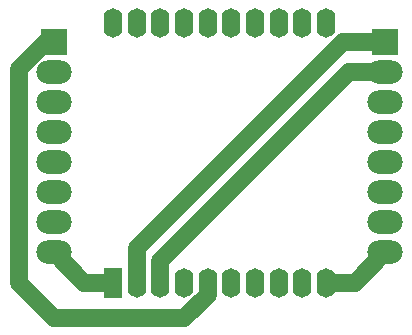
<source format=gbr>
G04 #@! TF.GenerationSoftware,KiCad,Pcbnew,(5.1.6)-1*
G04 #@! TF.CreationDate,2020-07-07T11:59:46-05:00*
G04 #@! TF.ProjectId,Xbee,58626565-2e6b-4696-9361-645f70636258,rev?*
G04 #@! TF.SameCoordinates,Original*
G04 #@! TF.FileFunction,Copper,L2,Bot*
G04 #@! TF.FilePolarity,Positive*
%FSLAX46Y46*%
G04 Gerber Fmt 4.6, Leading zero omitted, Abs format (unit mm)*
G04 Created by KiCad (PCBNEW (5.1.6)-1) date 2020-07-07 11:59:46*
%MOMM*%
%LPD*%
G01*
G04 APERTURE LIST*
G04 #@! TA.AperFunction,ComponentPad*
%ADD10R,2.200000X2.200000*%
G04 #@! TD*
G04 #@! TA.AperFunction,ComponentPad*
%ADD11O,3.000000X2.000000*%
G04 #@! TD*
G04 #@! TA.AperFunction,ComponentPad*
%ADD12R,1.600000X2.500000*%
G04 #@! TD*
G04 #@! TA.AperFunction,ComponentPad*
%ADD13O,1.600000X2.500000*%
G04 #@! TD*
G04 #@! TA.AperFunction,Conductor*
%ADD14C,1.500000*%
G04 #@! TD*
G04 APERTURE END LIST*
D10*
X107900000Y-106680000D03*
D11*
X107900000Y-109220000D03*
X107900000Y-111760000D03*
X107900000Y-114300000D03*
X107900000Y-116840000D03*
X107900000Y-119380000D03*
X107900000Y-121920000D03*
X107900000Y-124460000D03*
D12*
X112900000Y-127020000D03*
D13*
X114900000Y-127020000D03*
X116900000Y-127020000D03*
X118900000Y-127020000D03*
X120900000Y-127020000D03*
X122900000Y-127020000D03*
X124900000Y-127020000D03*
X126900000Y-127020000D03*
X128900000Y-127020000D03*
X130900000Y-127020000D03*
X130900000Y-105020000D03*
X128900000Y-105020000D03*
X126900000Y-105020000D03*
X124900000Y-105020000D03*
X122900000Y-105020000D03*
X120900000Y-105020000D03*
X118900000Y-105020000D03*
X116900000Y-105020000D03*
X114900000Y-105020000D03*
X112900000Y-105020000D03*
D11*
X135900000Y-124460000D03*
X135900000Y-121920000D03*
X135900000Y-119380000D03*
X135900000Y-116840000D03*
X135900000Y-114300000D03*
X135900000Y-111760000D03*
X135900000Y-109220000D03*
D10*
X135900000Y-106680000D03*
D14*
X107900000Y-106680000D02*
X107182270Y-106680000D01*
X107182270Y-106680000D02*
X104900000Y-108962270D01*
X104900000Y-108962270D02*
X104900000Y-127020000D01*
X104900000Y-127020000D02*
X107900000Y-130020000D01*
X120900000Y-128020000D02*
X118900000Y-130020000D01*
X118900000Y-130020000D02*
X107900000Y-130020000D01*
X110460000Y-127020000D02*
X107900000Y-124460000D01*
X112900000Y-127020000D02*
X110460000Y-127020000D01*
X132900000Y-109220000D02*
X135900000Y-109220000D01*
X116900000Y-125220000D02*
X132900000Y-109220000D01*
X116900000Y-127020000D02*
X116900000Y-125220000D01*
X114900000Y-124520000D02*
X114900000Y-127020000D01*
X114900000Y-124115823D02*
X114900000Y-124520000D01*
X132335823Y-106680000D02*
X114900000Y-124115823D01*
X135900000Y-106680000D02*
X132335823Y-106680000D01*
X133340000Y-127020000D02*
X135900000Y-124460000D01*
X130900000Y-127020000D02*
X133340000Y-127020000D01*
M02*

</source>
